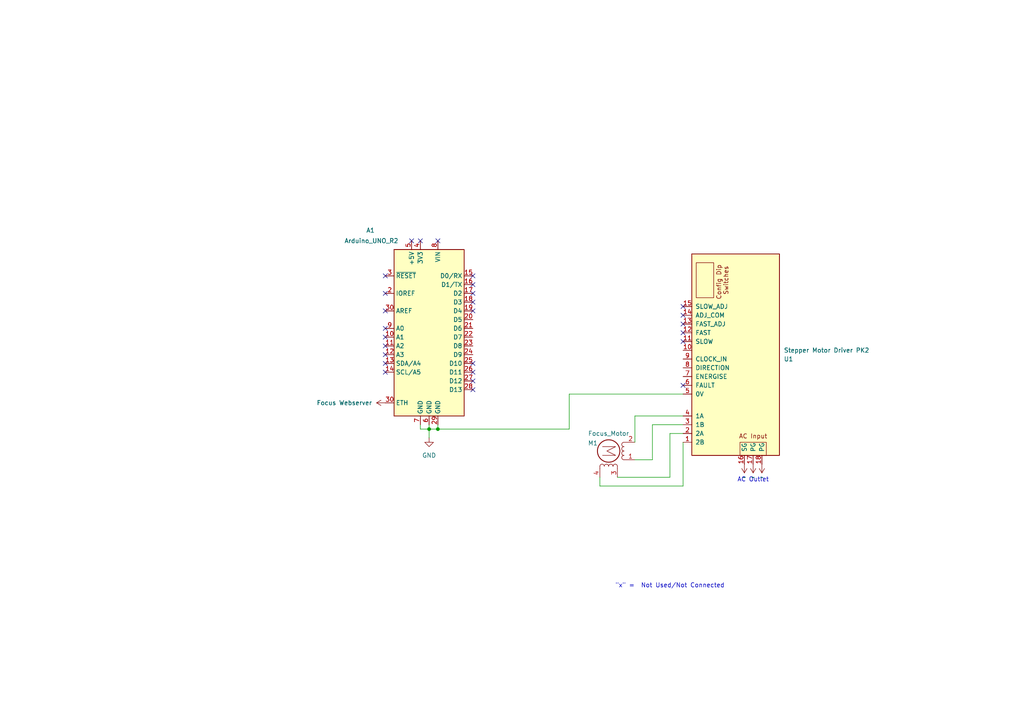
<source format=kicad_sch>
(kicad_sch (version 20250114) (generator "eeschema") (generator_version "9.0")
  (paper "A4")
  (lib_symbols
    (symbol "Driver_Motor:STK672-040-E" (pin_names (offset 1.016))
      (property "Reference" "U1" (at -12.7 -0.0001 0))
      (property "Value" "Stepper Motor Driver PK2" (at -12.7 2.5399 0))
      (symbol "STK672-040-E_0_1"
        (rectangle (start -11.43 30.48) (end 13.97 -27.94) (stroke (width 0.254)) (fill (type background)))
        (rectangle (start 7.62 27.94) (end 12.7 17.78))
      )
      (symbol "STK672-040-E_1_1"
        (rectangle (start -7.62 -24.13) (end 0 -27.94))
        (text "AC Input" (at -3.81 -22.352 0) (effects (font (size 1.27 1.27))))
        (text "Config Dip \nSwitches" (at 5.08 22.86 900) (effects (font (size 1.27 1.27))))
        (pin power_in line (at -6.35 -30.48 90) (length 2.54) (name "PG") (number "18"))
        (pin power_in line (at -3.81 -30.48 90) (length 2.54) (name "PG") (number "17"))
        (pin power_in line (at -1.27 -30.48 90) (length 2.54) (name "SG") (number "16"))
        (pin input line (at 16.51 15.24 180) (length 2.54) (name "SLOW_ADJ") (number "15"))
        (pin input line (at 16.51 12.7 180) (length 2.54) (name "ADJ_COM") (number "14"))
        (pin input line (at 16.51 10.16 180) (length 2.54) (name "FAST_ADJ") (number "13"))
        (pin input line (at 16.51 7.62 180) (length 2.54) (name "FAST") (number "12"))
        (pin input line (at 16.51 5.08 180) (length 2.54) (name "SLOW") (number "11"))
        (pin input line (at 16.51 2.54 180) (length 2.54) (name "") (number "10"))
        (pin input line (at 16.51 0 180) (length 2.54) (name "CLOCK_IN") (number "9"))
        (pin input line (at 16.51 -2.54 180) (length 2.54) (name "DIRECTION") (number "8"))
        (pin input line (at 16.51 -5.08 180) (length 2.54) (name "ENERGISE") (number "7"))
        (pin output line (at 16.51 -7.62 180) (length 2.54) (name "FAULT") (number "6"))
        (pin input line (at 16.51 -10.16 180) (length 2.54) (name "0V") (number "5"))
        (pin output line (at 16.51 -16.51 180) (length 2.54) (name "1A") (number "4"))
        (pin output line (at 16.51 -19.05 180) (length 2.54) (name "1B") (number "3"))
        (pin output line (at 16.51 -21.59 180) (length 2.54) (name "2A") (number "2"))
        (pin output line (at 16.51 -24.13 180) (length 2.54) (name "2B") (number "1"))
      )
    )
    (symbol "MCU_Module:Arduino_UNO_R2"
      (property "Reference" "A1" (at 7.2741 27.94 0))
      (property "Value" "Arduino_UNO_R2" (at 7.2741 25.4 0))
      (symbol "Arduino_UNO_R2_0_1"
        (rectangle (start -10.16 22.86) (end 10.16 -25.4) (stroke (width 0.254)) (fill (type background)))
      )
      (symbol "Arduino_UNO_R2_1_1"
        (pin bidirectional line (at -12.7 15.24 0) (length 2.54) (name "D0/RX") (number "15"))
        (pin bidirectional line (at -12.7 12.7 0) (length 2.54) (name "D1/TX") (number "16"))
        (pin bidirectional line (at -12.7 10.16 0) (length 2.54) (name "D2") (number "17"))
        (pin bidirectional line (at -12.7 7.62 0) (length 2.54) (name "D3") (number "18"))
        (pin bidirectional line (at -12.7 5.08 0) (length 2.54) (name "D4") (number "19"))
        (pin bidirectional line (at -12.7 2.54 0) (length 2.54) (name "D5") (number "20"))
        (pin bidirectional line (at -12.7 0 0) (length 2.54) (name "D6") (number "21"))
        (pin bidirectional line (at -12.7 -2.54 0) (length 2.54) (name "D7") (number "22"))
        (pin bidirectional line (at -12.7 -5.08 0) (length 2.54) (name "D8") (number "23"))
        (pin bidirectional line (at -12.7 -7.62 0) (length 2.54) (name "D9") (number "24"))
        (pin bidirectional line (at -12.7 -10.16 0) (length 2.54) (name "D10") (number "25"))
        (pin bidirectional line (at -12.7 -12.7 0) (length 2.54) (name "D11") (number "26"))
        (pin bidirectional line (at -12.7 -15.24 0) (length 2.54) (name "D12") (number "27"))
        (pin bidirectional line (at -12.7 -17.78 0) (length 2.54) (name "D13") (number "28"))
        (pin no_connect line (at -10.16 -20.32 0) (length 2.54) (hide yes) (name "NC") (number "1"))
        (pin power_in line (at -2.54 25.4 270) (length 2.54) (name "VIN") (number "8"))
        (pin power_in line (at -2.54 -27.94 90) (length 2.54) (name "GND") (number "29"))
        (pin power_in line (at 0 -27.94 90) (length 2.54) (name "GND") (number "6"))
        (pin power_out line (at 2.54 25.4 270) (length 2.54) (name "3V3") (number "4"))
        (pin power_in line (at 2.54 -27.94 90) (length 2.54) (name "GND") (number "7"))
        (pin power_out line (at 5.08 25.4 270) (length 2.54) (name "+5V") (number "5"))
        (pin input line (at 12.7 15.24 180) (length 2.54) (name "~{RESET}") (number "3"))
        (pin output line (at 12.7 10.16 180) (length 2.54) (name "IOREF") (number "2"))
        (pin input line (at 12.7 5.08 180) (length 2.54) (name "AREF") (number "30"))
        (pin bidirectional line (at 12.7 0 180) (length 2.54) (name "A0") (number "9"))
        (pin bidirectional line (at 12.7 -2.54 180) (length 2.54) (name "A1") (number "10"))
        (pin bidirectional line (at 12.7 -5.08 180) (length 2.54) (name "A2") (number "11"))
        (pin bidirectional line (at 12.7 -7.62 180) (length 2.54) (name "A3") (number "12"))
        (pin bidirectional line (at 12.7 -10.16 180) (length 2.54) (name "SDA/A4") (number "13"))
        (pin bidirectional line (at 12.7 -12.7 180) (length 2.54) (name "SCL/A5") (number "14"))
        (pin bidirectional line (at 12.7 -21.59 180) (length 2.54) (name "ETH") (number "30"))
      )
    )
    (symbol "Motor:Stepper_Motor_bipolar" (pin_names (offset 0) (hide yes))
      (property "Reference" "M" (at 3.81 2.54 0))
      (property "Value" "Stepper_Motor_bipolar" (at 3.81 1.27 0))
      (symbol "Stepper_Motor_bipolar_0_0"
        (polyline (pts (xy -1.27 -1.778) (xy -1.27 2.032) (xy 0 -0.508) (xy 1.27 2.032) (xy 1.27 -1.778)))
      )
      (symbol "Stepper_Motor_bipolar_0_1"
        (polyline (pts (xy -5.08 2.54) (xy -4.445 2.54)))
        (polyline (pts (xy -5.08 -2.54) (xy -4.445 -2.54)))
        (arc (start -4.445 2.54) (mid -3.8127 1.905) (end -4.445 1.27))
        (arc (start -4.445 1.27) (mid -3.8127 0.635) (end -4.445 0))
        (arc (start -4.445 0) (mid -3.8127 -0.635) (end -4.445 -1.27))
        (arc (start -4.445 -1.27) (mid -3.8127 -1.905) (end -4.445 -2.54))
        (polyline (pts (xy -2.54 5.08) (xy -2.54 4.445)))
        (arc (start -1.27 4.445) (mid -1.905 3.8127) (end -2.54 4.445))
        (arc (start 0 4.445) (mid -0.635 3.8127) (end -1.27 4.445))
        (circle (center 0 0) (radius 3.2512) (stroke (width 0.254)))
        (arc (start 1.27 4.445) (mid 0.635 3.8127) (end 0 4.445))
        (arc (start 2.54 4.445) (mid 1.905 3.8127) (end 1.27 4.445))
        (polyline (pts (xy 2.54 5.08) (xy 2.54 4.445)))
      )
      (symbol "Stepper_Motor_bipolar_1_1"
        (pin passive line (at -7.62 2.54 0) (length 2.54) (name "~") (number "3"))
        (pin passive line (at -7.62 -2.54 0) (length 2.54) (name "~") (number "4"))
        (pin passive line (at -2.54 7.62 270) (length 2.54) (name "~") (number "1"))
        (pin passive line (at 2.54 7.62 270) (length 2.54) (name "-") (number "2"))
      )
    )
    (symbol "power:+BATT" (power) (pin_numbers (hide yes)) (pin_names (offset 0) (hide yes))
      (property "Value" "+BATT" (at 0 3.556 0))
      (symbol "+BATT_0_1"
        (polyline (pts (xy -0.762 1.27) (xy 0 2.54)))
        (polyline (pts (xy 0 2.54) (xy 0.762 1.27)))
        (polyline (pts (xy 0 0) (xy 0 2.54)))
      )
      (symbol "+BATT_1_1"
        (pin power_in line (at 0 0 90) (length 0) (name "~") (number "1"))
      )
    )
    (symbol "power:GND" (power) (pin_numbers (hide yes)) (pin_names (offset 0) (hide yes))
      (property "Value" "GND" (at 0 -3.81 0))
      (symbol "GND_0_1"
        (polyline (pts (xy 0 0) (xy 0 -1.27) (xy 1.27 -1.27) (xy 0 -2.54) (xy -1.27 -1.27) (xy 0 -1.27)))
      )
      (symbol "GND_1_1"
        (pin power_in line (at 0 0 270) (length 0) (name "~") (number "1"))
      )
    )
  )
  (text "AC Outlet" (at 218.44 139.192 0) (effects (font (size 1.27 1.27))))
  (text "\"x\" =  Not Used/Not Connected\n" (at 194.31 169.926 0) (effects (font (size 1.27 1.27))))
  (junction (at 127 124.46))
  (junction (at 124.46 124.46))
  (no_connect (at 137.16 113.03))
  (no_connect (at 111.76 80.01))
  (no_connect (at 137.16 80.01))
  (no_connect (at 137.16 82.55))
  (no_connect (at 137.16 105.41))
  (no_connect (at 111.76 100.33))
  (no_connect (at 198.12 88.9))
  (no_connect (at 111.76 105.41))
  (no_connect (at 119.38 69.85))
  (no_connect (at 111.76 102.87))
  (no_connect (at 127 69.85))
  (no_connect (at 137.16 107.95))
  (no_connect (at 137.16 110.49))
  (no_connect (at 198.12 91.44))
  (no_connect (at 111.76 97.79))
  (no_connect (at 198.12 96.52))
  (no_connect (at 198.12 93.98))
  (no_connect (at 111.76 95.25))
  (no_connect (at 198.12 99.06))
  (no_connect (at 111.76 85.09))
  (no_connect (at 111.76 107.95))
  (no_connect (at 137.16 90.17))
  (no_connect (at 137.16 87.63))
  (no_connect (at 121.92 69.85))
  (no_connect (at 198.12 111.76))
  (no_connect (at 111.76 90.17))
  (no_connect (at 137.16 85.09))
  (wire (pts (xy 127 124.46) (xy 127 123.19)))
  (wire (pts (xy 121.92 124.46) (xy 124.46 124.46)))
  (wire (pts (xy 127 124.46) (xy 165.1 124.46)))
  (wire (pts (xy 121.92 123.19) (xy 121.92 124.46)))
  (wire (pts (xy 198.12 140.97) (xy 173.99 140.97)))
  (wire (pts (xy 124.46 124.46) (xy 124.46 123.19)))
  (wire (pts (xy 198.12 125.73) (xy 194.31 125.73)))
  (wire (pts (xy 124.46 124.46) (xy 124.46 127)))
  (wire (pts (xy 184.15 120.65) (xy 184.15 128.27)))
  (wire (pts (xy 189.23 123.19) (xy 198.12 123.19)))
  (wire (pts (xy 184.15 120.65) (xy 198.12 120.65)))
  (wire (pts (xy 173.99 140.97) (xy 173.99 138.43)))
  (wire (pts (xy 194.31 125.73) (xy 194.31 138.43)))
  (wire (pts (xy 194.31 138.43) (xy 179.07 138.43)))
  (wire (pts (xy 198.12 128.27) (xy 198.12 140.97)))
  (wire (pts (xy 165.1 114.3) (xy 165.1 124.46)))
  (wire (pts (xy 189.23 123.19) (xy 189.23 133.35)))
  (wire (pts (xy 124.46 124.46) (xy 127 124.46)))
  (wire (pts (xy 189.23 133.35) (xy 184.15 133.35)))
  (wire (pts (xy 165.1 114.3) (xy 198.12 114.3)))
  (symbol (lib_id "power:+BATT") (at 220.98 134.62 0) (mirror x) (unit 1)
    (property "Reference" "#PWR04" (effects (hide yes)))
    (property "Value" "~" (at 220.98 138.43 0))
    (property "Description" "Power symbol creates a global label with name \"+BATT\"" (effects (hide yes)))
  )
  (symbol (lib_id "power:+BATT") (at 215.9 134.62 0) (mirror x) (unit 1)
    (property "Reference" "#PWR02" (effects (hide yes)))
    (property "Value" "~" (at 215.9 138.43 0))
    (property "Description" "Power symbol creates a global label with name \"+BATT\"" (effects (hide yes)))
  )
  (symbol (lib_id "Motor:Stepper_Motor_bipolar") (at 176.53 130.81 270) (mirror x) (unit 1)
    (property "Reference" "M1" (at 171.958 128.524 90))
    (property "Value" "Focus_Motor" (at 176.53 125.73 90))
    (property "Datasheet" "http://www.infineon.com/dgdl/Application-Note-TLE8110EE_driving_UniPolarStepperMotor_V1.1.pdf?fileId=db3a30431be39b97011be5d0aa0a00b0" (effects (hide yes)))
    (property "Description" "4-wire bipolar stepper motor" (effects (hide yes)))
  )
  (symbol (lib_id "Driver_Motor:STK672-040-E") (at 214.63 104.14 0) (mirror y) (unit 1)
    (property "Reference" "U1" (at 227.33 104.1401 0) (effects (justify right)))
    (property "Value" "Stepper Motor Driver PK2" (at 227.33 101.6001 0) (effects (justify right)))
    (property "Datasheet" "http://www.onsemi.com/pub_link/Collateral/EN5227-D.PDF" (effects (hide yes)))
    (property "Description" "Stepper motor driver with microstepping controller, 1.5A" (effects (hide yes)))
  )
  (symbol (lib_id "power:+BATT") (at 218.44 134.62 0) (mirror x) (unit 1)
    (property "Reference" "#PWR03" (effects (hide yes)))
    (property "Value" "~" (at 218.44 138.43 0))
    (property "Description" "Power symbol creates a global label with name \"+BATT\"" (effects (hide yes)))
  )
  (symbol (lib_id "MCU_Module:Arduino_UNO_R2") (at 124.46 95.25 0) (mirror y) (unit 1)
    (property "Reference" "A1" (at 108.712 66.802 0) (effects (justify left)))
    (property "Value" "Arduino_UNO_R2" (at 115.57 69.85 0) (effects (justify left)))
    (property "Footprint" "Module:Arduino_UNO_R2" (effects (hide yes)))
    (property "Datasheet" "https://www.arduino.cc/en/Main/arduinoBoardUno" (effects (hide yes)))
    (property "Description" "Arduino UNO Microcontroller Module, release 2" (effects (hide yes)))
  )
  (symbol (lib_id "power:+BATT") (at 111.76 116.84 90) (unit 1)
    (property "Reference" "#PWR01" (effects (hide yes)))
    (property "Value" "Focus Webserver" (at 107.95 116.8401 90) (effects (justify left)))
    (property "Description" "Power symbol creates a global label with name \"+BATT\"" (effects (hide yes)))
  )
  (symbol (lib_id "power:GND") (at 124.46 127 0) (unit 1)
    (property "Reference" "#PWR05" (effects (hide yes)))
    (property "Value" "GND" (at 124.46 132.08 0))
    (property "Description" "Power symbol creates a global label with name \"GND\" , ground" (effects (hide yes)))
  )
)
</source>
